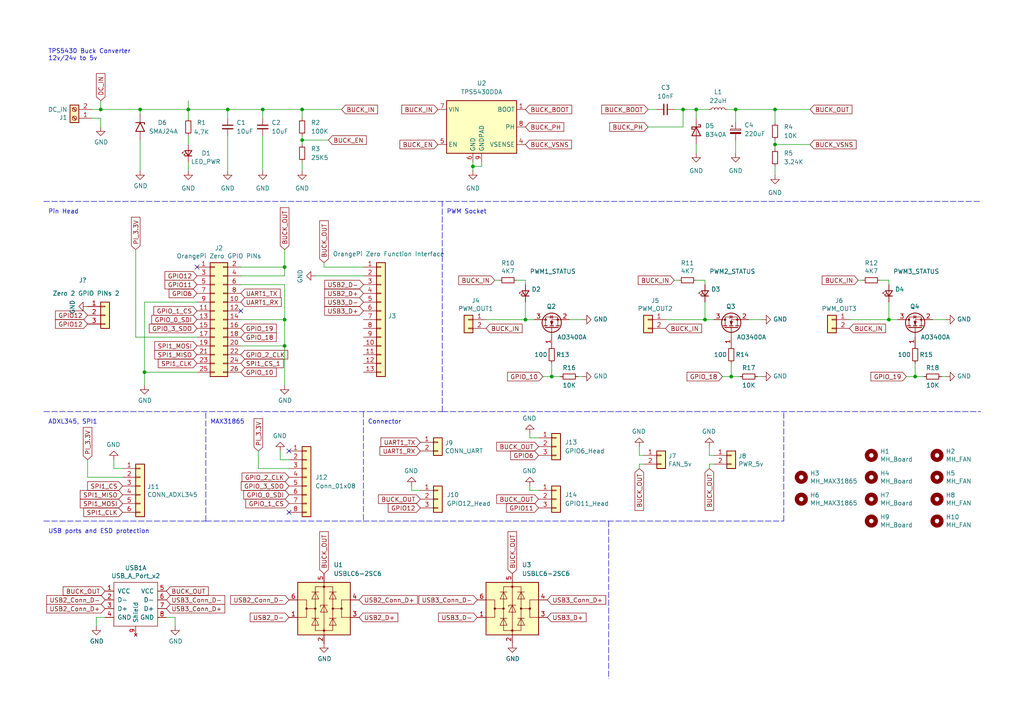
<source format=kicad_sch>
(kicad_sch (version 20211123) (generator eeschema)
  (paper "A4")
  (title_block (title "Orange Juice") (rev "v0.5") (company "Stone Lab - Jerry"))
  (junction (at 54.61 31.75))
  (junction (at 137.16 48.26))
  (junction (at 82.55 77.47))
  (junction (at 224.79 31.75))
  (junction (at 201.93 31.75))
  (junction (at 265.43 109.22))
  (junction (at 160.02 109.22))
  (junction (at 204.47 92.71))
  (junction (at 76.2 31.75))
  (junction (at 66.04 31.75))
  (junction (at 152.4 92.71))
  (junction (at 224.79 41.91))
  (junction (at 82.55 100.33))
  (junction (at 29.21 31.75))
  (junction (at 212.09 109.22))
  (junction (at 41.91 107.95))
  (junction (at 213.36 31.75))
  (junction (at 82.55 92.71))
  (junction (at 198.12 31.75))
  (junction (at 87.63 31.75))
  (junction (at 257.81 92.71))
  (junction (at 87.63 40.64))
  (junction (at 40.64 31.75))
  (no_connect (at 83.82 148.59))
  (no_connect (at 83.82 130.81))
  (no_connect (at 57.15 77.47))
  (no_connect (at 69.85 90.17))
  (wire (pts (xy 255.27 81.28) (xy 257.81 81.28)))
  (wire (pts (xy 139.7 46.99) (xy 139.7 48.26)))
  (wire (pts (xy 185.42 129.54) (xy 185.42 132.08)))
  (polyline (pts (xy 12.7 151.13) (xy 59.69 151.13)))
  (wire (pts (xy 149.86 81.28) (xy 152.4 81.28)))
  (wire (pts (xy 54.61 31.75) (xy 54.61 34.29)))
  (wire (pts (xy 185.42 132.08) (xy 186.69 132.08)))
  (wire (pts (xy 91.44 80.01) (xy 105.41 80.01)))
  (wire (pts (xy 57.15 87.63) (xy 41.91 87.63)))
  (wire (pts (xy 273.05 109.22) (xy 274.32 109.22)))
  (wire (pts (xy 201.93 81.28) (xy 204.47 81.28)))
  (wire (pts (xy 93.98 77.47) (xy 93.98 76.2)))
  (wire (pts (xy 204.47 87.63) (xy 204.47 92.71)))
  (wire (pts (xy 29.21 31.75) (xy 40.64 31.75)))
  (wire (pts (xy 66.04 31.75) (xy 76.2 31.75)))
  (wire (pts (xy 187.96 31.75) (xy 190.5 31.75)))
  (wire (pts (xy 224.79 41.91) (xy 234.95 41.91)))
  (wire (pts (xy 212.09 109.22) (xy 214.63 109.22)))
  (wire (pts (xy 224.79 40.64) (xy 224.79 41.91)))
  (wire (pts (xy 29.21 29.21) (xy 29.21 31.75)))
  (wire (pts (xy 224.79 48.26) (xy 224.79 50.8)))
  (wire (pts (xy 210.82 31.75) (xy 213.36 31.75)))
  (wire (pts (xy 66.04 39.37) (xy 66.04 49.53)))
  (wire (pts (xy 205.74 134.62) (xy 205.74 135.89)))
  (wire (pts (xy 69.85 77.47) (xy 82.55 77.47)))
  (wire (pts (xy 66.04 31.75) (xy 66.04 34.29)))
  (wire (pts (xy 195.58 31.75) (xy 198.12 31.75)))
  (wire (pts (xy 26.67 31.75) (xy 29.21 31.75)))
  (wire (pts (xy 160.02 109.22) (xy 162.56 109.22)))
  (wire (pts (xy 224.79 41.91) (xy 224.79 43.18)))
  (wire (pts (xy 167.64 109.22) (xy 168.91 109.22)))
  (wire (pts (xy 153.67 140.97) (xy 153.67 142.24)))
  (wire (pts (xy 257.81 81.28) (xy 257.81 82.55)))
  (polyline (pts (xy 105.41 119.38) (xy 105.41 151.13)))
  (wire (pts (xy 219.71 109.22) (xy 220.98 109.22)))
  (wire (pts (xy 54.61 46.99) (xy 54.61 49.53)))
  (polyline (pts (xy 128.27 119.38) (xy 128.27 58.42)))
  (wire (pts (xy 198.12 36.83) (xy 198.12 31.75)))
  (wire (pts (xy 76.2 31.75) (xy 87.63 31.75)))
  (wire (pts (xy 185.42 135.89) (xy 185.42 134.62)))
  (wire (pts (xy 257.81 87.63) (xy 257.81 92.71)))
  (wire (pts (xy 54.61 29.21) (xy 54.61 31.75)))
  (wire (pts (xy 143.51 81.28) (xy 144.78 81.28)))
  (wire (pts (xy 25.4 133.35) (xy 25.4 138.43)))
  (wire (pts (xy 41.91 107.95) (xy 41.91 111.76)))
  (wire (pts (xy 224.79 31.75) (xy 234.95 31.75)))
  (wire (pts (xy 137.16 48.26) (xy 137.16 49.53)))
  (wire (pts (xy 160.02 105.41) (xy 160.02 109.22)))
  (wire (pts (xy 74.93 135.89) (xy 83.82 135.89)))
  (wire (pts (xy 246.38 92.71) (xy 257.81 92.71)))
  (wire (pts (xy 33.02 135.89) (xy 35.56 135.89)))
  (wire (pts (xy 57.15 107.95) (xy 41.91 107.95)))
  (wire (pts (xy 153.67 125.73) (xy 153.67 127)))
  (wire (pts (xy 152.4 87.63) (xy 152.4 92.71)))
  (wire (pts (xy 33.02 133.35) (xy 33.02 135.89)))
  (wire (pts (xy 198.12 31.75) (xy 201.93 31.75)))
  (wire (pts (xy 81.28 133.35) (xy 83.82 133.35)))
  (wire (pts (xy 87.63 31.75) (xy 99.06 31.75)))
  (wire (pts (xy 54.61 39.37) (xy 54.61 41.91)))
  (wire (pts (xy 153.67 142.24) (xy 156.21 142.24)))
  (wire (pts (xy 82.55 100.33) (xy 82.55 111.76)))
  (wire (pts (xy 74.93 130.81) (xy 74.93 135.89)))
  (wire (pts (xy 262.89 109.22) (xy 265.43 109.22)))
  (wire (pts (xy 201.93 31.75) (xy 205.74 31.75)))
  (wire (pts (xy 54.61 31.75) (xy 66.04 31.75)))
  (wire (pts (xy 209.55 109.22) (xy 212.09 109.22)))
  (wire (pts (xy 69.85 92.71) (xy 82.55 92.71)))
  (wire (pts (xy 69.85 82.55) (xy 82.55 82.55)))
  (wire (pts (xy 105.41 77.47) (xy 93.98 77.47)))
  (wire (pts (xy 76.2 31.75) (xy 76.2 34.29)))
  (wire (pts (xy 119.38 142.24) (xy 121.92 142.24)))
  (wire (pts (xy 204.47 81.28) (xy 204.47 82.55)))
  (wire (pts (xy 213.36 40.64) (xy 213.36 44.45)))
  (wire (pts (xy 25.4 138.43) (xy 35.56 138.43)))
  (wire (pts (xy 137.16 46.99) (xy 137.16 48.26)))
  (wire (pts (xy 213.36 31.75) (xy 213.36 35.56)))
  (wire (pts (xy 157.48 109.22) (xy 160.02 109.22)))
  (wire (pts (xy 187.96 36.83) (xy 198.12 36.83)))
  (wire (pts (xy 69.85 80.01) (xy 82.55 80.01)))
  (wire (pts (xy 152.4 82.55) (xy 152.4 81.28)))
  (wire (pts (xy 87.63 39.37) (xy 87.63 40.64)))
  (wire (pts (xy 40.64 40.64) (xy 40.64 49.53)))
  (wire (pts (xy 153.67 127) (xy 156.21 127)))
  (wire (pts (xy 39.37 72.39) (xy 39.37 97.79)))
  (polyline (pts (xy 12.7 119.38) (xy 128.27 119.38)))
  (wire (pts (xy 248.92 81.28) (xy 250.19 81.28)))
  (wire (pts (xy 152.4 92.71) (xy 154.94 92.71)))
  (wire (pts (xy 50.8 179.07) (xy 50.8 181.61)))
  (wire (pts (xy 139.7 48.26) (xy 137.16 48.26)))
  (wire (pts (xy 69.85 100.33) (xy 82.55 100.33)))
  (wire (pts (xy 205.74 129.54) (xy 205.74 132.08)))
  (wire (pts (xy 185.42 134.62) (xy 186.69 134.62)))
  (wire (pts (xy 205.74 132.08) (xy 207.01 132.08)))
  (wire (pts (xy 201.93 41.91) (xy 201.93 44.45)))
  (wire (pts (xy 87.63 31.75) (xy 87.63 34.29)))
  (wire (pts (xy 48.26 179.07) (xy 50.8 179.07)))
  (wire (pts (xy 195.58 81.28) (xy 196.85 81.28)))
  (polyline (pts (xy 227.33 151.13) (xy 227.33 119.38)))
  (wire (pts (xy 217.17 92.71) (xy 220.98 92.71)))
  (wire (pts (xy 82.55 77.47) (xy 82.55 72.39)))
  (wire (pts (xy 140.97 92.71) (xy 152.4 92.71)))
  (wire (pts (xy 29.21 34.29) (xy 29.21 36.83)))
  (wire (pts (xy 41.91 87.63) (xy 41.91 107.95)))
  (wire (pts (xy 27.94 179.07) (xy 30.48 179.07)))
  (polyline (pts (xy 105.41 151.13) (xy 227.33 151.13)))
  (wire (pts (xy 224.79 31.75) (xy 224.79 35.56)))
  (wire (pts (xy 40.64 31.75) (xy 54.61 31.75)))
  (wire (pts (xy 27.94 181.61) (xy 27.94 179.07)))
  (wire (pts (xy 212.09 105.41) (xy 212.09 109.22)))
  (wire (pts (xy 193.04 92.71) (xy 204.47 92.71)))
  (wire (pts (xy 201.93 31.75) (xy 201.93 34.29)))
  (wire (pts (xy 265.43 105.41) (xy 265.43 109.22)))
  (wire (pts (xy 76.2 39.37) (xy 76.2 49.53)))
  (wire (pts (xy 82.55 82.55) (xy 82.55 92.71)))
  (wire (pts (xy 82.55 80.01) (xy 82.55 77.47)))
  (wire (pts (xy 165.1 92.71) (xy 168.91 92.71)))
  (wire (pts (xy 82.55 92.71) (xy 82.55 100.33)))
  (wire (pts (xy 87.63 40.64) (xy 87.63 41.91)))
  (wire (pts (xy 87.63 40.64) (xy 95.25 40.64)))
  (wire (pts (xy 257.81 92.71) (xy 260.35 92.71)))
  (wire (pts (xy 40.64 31.75) (xy 40.64 33.02)))
  (polyline (pts (xy 176.53 151.13) (xy 176.53 196.85)))
  (polyline (pts (xy 128.27 119.38) (xy 284.48 119.38)))
  (wire (pts (xy 81.28 130.81) (xy 81.28 133.35)))
  (wire (pts (xy 26.67 34.29) (xy 29.21 34.29)))
  (wire (pts (xy 119.38 140.97) (xy 119.38 142.24)))
  (wire (pts (xy 213.36 31.75) (xy 224.79 31.75)))
  (wire (pts (xy 87.63 46.99) (xy 87.63 49.53)))
  (wire (pts (xy 207.01 134.62) (xy 205.74 134.62)))
  (polyline (pts (xy 12.7 58.42) (xy 284.48 58.42)))
  (wire (pts (xy 39.37 97.79) (xy 57.15 97.79)))
  (polyline (pts (xy 59.69 151.13) (xy 59.69 119.38)))
  (polyline (pts (xy 59.69 151.13) (xy 105.41 151.13)))
  (wire (pts (xy 270.51 92.71) (xy 274.32 92.71)))
  (wire (pts (xy 265.43 109.22) (xy 267.97 109.22)))
  (wire (pts (xy 204.47 92.71) (xy 207.01 92.71)))
  (text "TPS5430 Buck Converter\n12v/24v to 5v" (at 13.97 17.78 0) (effects (font (size 1.27 1.27)) (justify left bottom)))
  (text "Connector" (at 106.68 123.19 0) (effects (font (size 1.27 1.27)) (justify left bottom)))
  (text "Pin Head" (at 13.97 62.23 0) (effects (font (size 1.27 1.27)) (justify left bottom)))
  (text "USB ports and ESD protection" (at 13.97 154.94 0) (effects (font (size 1.27 1.27)) (justify left bottom)))
  (text "ADXL345, SPI1" (at 13.97 123.19 0) (effects (font (size 1.27 1.27)) (justify left bottom)))
  (text "MAX31865" (at 60.96 123.19 0) (effects (font (size 1.27 1.27)) (justify left bottom)))
  (text "PWM Socket" (at 129.54 62.23 0) (effects (font (size 1.27 1.27)) (justify left bottom)))
  (global_label "USB3_Conn_D-" (shape input) (at 138.43 173.99 180) (property "Intersheet References" "${INTERSHEET_REFS}" (effects hide)))
  (global_label "GPIO_1_CS" (shape input) (at 57.15 90.17 180) (property "Intersheet References" "${INTERSHEET_REFS}" (effects hide)))
  (global_label "GPIO_19" (shape input) (at 69.85 95.25 0) (property "Intersheet References" "${INTERSHEET_REFS}" (effects hide)))
  (global_label "GPIO12" (shape input) (at 25.4 93.98 180) (property "Intersheet References" "${INTERSHEET_REFS}" (effects hide)))
  (global_label "USB2_D-" (shape input) (at 105.41 82.55 180) (property "Intersheet References" "${INTERSHEET_REFS}" (effects hide)))
  (global_label "USB2_D+" (shape input) (at 104.14 179.07 0) (property "Intersheet References" "${INTERSHEET_REFS}" (effects hide)))
  (global_label "GPIO_10" (shape input) (at 69.85 107.95 0) (property "Intersheet References" "${INTERSHEET_REFS}" (effects hide)))
  (global_label "GPIO12" (shape input) (at 121.92 147.32 180) (property "Intersheet References" "${INTERSHEET_REFS}" (effects hide)))
  (global_label "USB3_D+" (shape input) (at 158.75 179.07 0) (property "Intersheet References" "${INTERSHEET_REFS}" (effects hide)))
  (global_label "SPI1_MISO" (shape input) (at 57.15 102.87 180) (property "Intersheet References" "${INTERSHEET_REFS}" (effects hide)))
  (global_label "BUCK_IN" (shape input) (at 246.38 95.25 0) (property "Intersheet References" "${INTERSHEET_REFS}" (effects hide)))
  (global_label "BUCK_IN" (shape input) (at 193.04 95.25 0) (property "Intersheet References" "${INTERSHEET_REFS}" (effects hide)))
  (global_label "BUCK_OUT" (shape input) (at 82.55 72.39 90) (property "Intersheet References" "${INTERSHEET_REFS}" (effects hide)))
  (global_label "SPI1_MOSI" (shape input) (at 35.56 146.05 180) (property "Intersheet References" "${INTERSHEET_REFS}" (effects hide)))
  (global_label "UART1_TX" (shape input) (at 69.85 85.09 0) (property "Intersheet References" "${INTERSHEET_REFS}" (effects hide)))
  (global_label "USB2_Conn_D+" (shape input) (at 104.14 173.99 0) (property "Intersheet References" "${INTERSHEET_REFS}" (effects hide)))
  (global_label "USB3_Conn_D-" (shape input) (at 48.26 173.99 0) (property "Intersheet References" "${INTERSHEET_REFS}" (effects hide)))
  (global_label "BUCK_VSNS" (shape input) (at 234.95 41.91 0) (property "Intersheet References" "${INTERSHEET_REFS}" (effects hide)))
  (global_label "GPIO6" (shape input) (at 156.21 132.08 180) (property "Intersheet References" "${INTERSHEET_REFS}" (effects hide)))
  (global_label "BUCK_OUT" (shape input) (at 185.42 135.89 270) (property "Intersheet References" "${INTERSHEET_REFS}" (effects hide)))
  (global_label "SPI1_MISO" (shape input) (at 35.56 143.51 180) (property "Intersheet References" "${INTERSHEET_REFS}" (effects hide)))
  (global_label "BUCK_VSNS" (shape input) (at 152.4 41.91 0) (property "Intersheet References" "${INTERSHEET_REFS}" (effects hide)))
  (global_label "BUCK_PH" (shape input) (at 187.96 36.83 180) (property "Intersheet References" "${INTERSHEET_REFS}" (effects hide)))
  (global_label "USB3_D-" (shape input) (at 138.43 179.07 180) (property "Intersheet References" "${INTERSHEET_REFS}" (effects hide)))
  (global_label "BUCK_OUT" (shape input) (at 121.92 144.78 180) (property "Intersheet References" "${INTERSHEET_REFS}" (effects hide)))
  (global_label "USB2_Conn_D-" (shape input) (at 83.82 173.99 180) (property "Intersheet References" "${INTERSHEET_REFS}" (effects hide)))
  (global_label "USB2_Conn_D-" (shape input) (at 30.48 173.99 180) (property "Intersheet References" "${INTERSHEET_REFS}" (effects hide)))
  (global_label "SPI1_CLK" (shape input) (at 35.56 148.59 180) (property "Intersheet References" "${INTERSHEET_REFS}" (effects hide)))
  (global_label "PI_3.3V" (shape input) (at 25.4 133.35 90) (property "Intersheet References" "${INTERSHEET_REFS}" (effects hide)))
  (global_label "BUCK_IN" (shape input) (at 99.06 31.75 0) (property "Intersheet References" "${INTERSHEET_REFS}" (effects hide)))
  (global_label "USB2_Conn_D+" (shape input) (at 30.48 176.53 180) (property "Intersheet References" "${INTERSHEET_REFS}" (effects hide)))
  (global_label "USB2_D-" (shape input) (at 83.82 179.07 180) (property "Intersheet References" "${INTERSHEET_REFS}" (effects hide)))
  (global_label "BUCK_OUT" (shape input) (at 156.21 144.78 180) (property "Intersheet References" "${INTERSHEET_REFS}" (effects hide)))
  (global_label "BUCK_EN" (shape input) (at 127 41.91 180) (property "Intersheet References" "${INTERSHEET_REFS}" (effects hide)))
  (global_label "GPIO12" (shape input) (at 25.4 91.44 180) (property "Intersheet References" "${INTERSHEET_REFS}" (effects hide)))
  (global_label "GPIO_0_SDI" (shape input) (at 57.15 92.71 180) (property "Intersheet References" "${INTERSHEET_REFS}" (effects hide)))
  (global_label "GPIO_2_CLK" (shape input) (at 69.85 102.87 0) (property "Intersheet References" "${INTERSHEET_REFS}" (effects hide)))
  (global_label "BUCK_EN" (shape input) (at 95.25 40.64 0) (property "Intersheet References" "${INTERSHEET_REFS}" (effects hide)))
  (global_label "BUCK_IN" (shape input) (at 248.92 81.28 180) (property "Intersheet References" "${INTERSHEET_REFS}" (effects hide)))
  (global_label "GPIO_0_SDI" (shape input) (at 83.82 143.51 180) (property "Intersheet References" "${INTERSHEET_REFS}" (effects hide)))
  (global_label "BUCK_PH" (shape input) (at 152.4 36.83 0) (property "Intersheet References" "${INTERSHEET_REFS}" (effects hide)))
  (global_label "GPIO_18" (shape input) (at 209.55 109.22 180) (property "Intersheet References" "${INTERSHEET_REFS}" (effects hide)))
  (global_label "GPIO_19" (shape input) (at 262.89 109.22 180) (property "Intersheet References" "${INTERSHEET_REFS}" (effects hide)))
  (global_label "BUCK_OUT" (shape input) (at 156.21 129.54 180) (property "Intersheet References" "${INTERSHEET_REFS}" (effects hide)))
  (global_label "BUCK_OUT" (shape input) (at 93.98 76.2 90) (property "Intersheet References" "${INTERSHEET_REFS}" (effects hide)))
  (global_label "BUCK_BOOT" (shape input) (at 187.96 31.75 180) (property "Intersheet References" "${INTERSHEET_REFS}" (effects hide)))
  (global_label "BUCK_OUT" (shape input) (at 93.98 166.37 90) (property "Intersheet References" "${INTERSHEET_REFS}" (effects hide)))
  (global_label "PI_3.3V" (shape input) (at 74.93 130.81 90) (property "Intersheet References" "${INTERSHEET_REFS}" (effects hide)))
  (global_label "BUCK_IN" (shape input) (at 195.58 81.28 180) (property "Intersheet References" "${INTERSHEET_REFS}" (effects hide)))
  (global_label "SPI1_CS_1" (shape input) (at 69.85 105.41 0) (property "Intersheet References" "${INTERSHEET_REFS}" (effects hide)))
  (global_label "BUCK_OUT" (shape input) (at 205.74 135.89 270) (property "Intersheet References" "${INTERSHEET_REFS}" (effects hide)))
  (global_label "GPIO_2_CLK" (shape input) (at 83.82 138.43 180) (property "Intersheet References" "${INTERSHEET_REFS}" (effects hide)))
  (global_label "GPIO_1_CS" (shape input) (at 83.82 146.05 180) (property "Intersheet References" "${INTERSHEET_REFS}" (effects hide)))
  (global_label "GPIO12" (shape input) (at 57.15 80.01 180) (property "Intersheet References" "${INTERSHEET_REFS}" (effects hide)))
  (global_label "BUCK_OUT" (shape input) (at 148.59 166.37 90) (property "Intersheet References" "${INTERSHEET_REFS}" (effects hide)))
  (global_label "PI_3.3V" (shape input) (at 39.37 72.39 90) (property "Intersheet References" "${INTERSHEET_REFS}" (effects hide)))
  (global_label "GPIO11" (shape input) (at 57.15 82.55 180) (property "Intersheet References" "${INTERSHEET_REFS}" (effects hide)))
  (global_label "DC_IN" (shape input) (at 29.21 29.21 90) (property "Intersheet References" "${INTERSHEET_REFS}" (effects hide)))
  (global_label "UART1_TX" (shape input) (at 121.92 128.27 180) (property "Intersheet References" "${INTERSHEET_REFS}" (effects hide)))
  (global_label "SPI1_CS" (shape input) (at 35.56 140.97 180) (property "Intersheet References" "${INTERSHEET_REFS}" (effects hide)))
  (global_label "BUCK_IN" (shape input) (at 143.51 81.28 180) (property "Intersheet References" "${INTERSHEET_REFS}" (effects hide)))
  (global_label "BUCK_OUT" (shape input) (at 234.95 31.75 0) (property "Intersheet References" "${INTERSHEET_REFS}" (effects hide)))
  (global_label "GPIO_18" (shape input) (at 69.85 97.79 0) (property "Intersheet References" "${INTERSHEET_REFS}" (effects hide)))
  (global_label "GPIO_3_SDO" (shape input) (at 57.15 95.25 180) (property "Intersheet References" "${INTERSHEET_REFS}" (effects hide)))
  (global_label "USB2_D+" (shape input) (at 105.41 85.09 180) (property "Intersheet References" "${INTERSHEET_REFS}" (effects hide)))
  (global_label "BUCK_BOOT" (shape input) (at 152.4 31.75 0) (property "Intersheet References" "${INTERSHEET_REFS}" (effects hide)))
  (global_label "GPIO6" (shape input) (at 57.15 85.09 180) (property "Intersheet References" "${INTERSHEET_REFS}" (effects hide)))
  (global_label "USB3_D+" (shape input) (at 105.41 90.17 180) (property "Intersheet References" "${INTERSHEET_REFS}" (effects hide)))
  (global_label "BUCK_OUT" (shape input) (at 30.48 171.45 180) (property "Intersheet References" "${INTERSHEET_REFS}" (effects hide)))
  (global_label "USB3_Conn_D+" (shape input) (at 158.75 173.99 0) (property "Intersheet References" "${INTERSHEET_REFS}" (effects hide)))
  (global_label "BUCK_OUT" (shape input) (at 48.26 171.45 0) (property "Intersheet References" "${INTERSHEET_REFS}" (effects hide)))
  (global_label "UART1_RX" (shape input) (at 121.92 130.81 180) (property "Intersheet References" "${INTERSHEET_REFS}" (effects hide)))
  (global_label "SPI1_MOSI" (shape input) (at 57.15 100.33 180) (property "Intersheet References" "${INTERSHEET_REFS}" (effects hide)))
  (global_label "BUCK_IN" (shape input) (at 127 31.75 180) (property "Intersheet References" "${INTERSHEET_REFS}" (effects hide)))
  (global_label "GPIO_3_SDO" (shape input) (at 83.82 140.97 180) (property "Intersheet References" "${INTERSHEET_REFS}" (effects hide)))
  (global_label "BUCK_IN" (shape input) (at 140.97 95.25 0) (property "Intersheet References" "${INTERSHEET_REFS}" (effects hide)))
  (global_label "USB3_D-" (shape input) (at 105.41 87.63 180) (property "Intersheet References" "${INTERSHEET_REFS}" (effects hide)))
  (global_label "UART1_RX" (shape input) (at 69.85 87.63 0) (property "Intersheet References" "${INTERSHEET_REFS}" (effects hide)))
  (global_label "GPIO_10" (shape input) (at 157.48 109.22 180) (property "Intersheet References" "${INTERSHEET_REFS}" (effects hide)))
  (global_label "SPI1_CLK" (shape input) (at 57.15 105.41 180) (property "Intersheet References" "${INTERSHEET_REFS}" (effects hide)))
  (global_label "USB3_Conn_D+" (shape input) (at 48.26 176.53 0) (property "Intersheet References" "${INTERSHEET_REFS}" (effects hide)))
  (global_label "GPIO11" (shape input) (at 156.21 147.32 180) (property "Intersheet References" "${INTERSHEET_REFS}" (effects hide)))
  (symbol (lib_id "orange_juice_board-rescue:Conn_02x13_Odd_Even-Connector_Generic-OrangePiZeroExtentionBoard-rescue-orange_juice_board-rescue") (at 62.23 92.71 0) (unit 1)
    (property "Reference" "J2" (at 63.5 71.9582 0))
    (property "Value" "OrangePi Zero GPIO PINs" (at 63.5 74.2696 0))
    (property "Footprint" "Connector_PinSocket_2.54mm:PinSocket_2x13_P2.54mm_Vertical" (effects hide))
    (property "Footprint" "Connector_PinSocket_2.54mm:PinSocket_2x13_P2.54mm_Vertical" (effects hide))
    (property "Reference" "J2" (effects hide))
    (property "Value" "OrangePi Zero GPIO PINs" (effects hide))
  )
  (symbol (lib_id "orange_juice_board-rescue:R_Small-Device-OrangePiZeroExtentionBoard-rescue-orange_juice_board-rescue") (at 160.02 102.87 0) (unit 1)
    (property "Reference" "R13" (at 161.29 102.87 0) (effects (justify left)))
    (property "Value" "100" (at 154.94 102.87 0) (effects (justify left)))
    (property "Footprint" "Resistor_SMD:R_0805_2012Metric" (effects hide))
    (property "Footprint" "Resistor_SMD:R_0805_2012Metric" (effects hide))
    (property "Reference" "R13" (effects hide))
    (property "Value" "100" (effects hide))
    (property "LCSC Part#" "C105577" (effects hide))
  )
  (symbol (lib_id "orange_juice_board-rescue:R_Small-Device-OrangePiZeroExtentionBoard-rescue-orange_juice_board-rescue") (at 165.1 109.22 270) (unit 1)
    (property "Reference" "R16" (at 165.1 106.68 90))
    (property "Value" "10K" (at 165.1 111.76 90))
    (property "Footprint" "Resistor_SMD:R_0805_2012Metric" (effects hide))
    (property "Footprint" "Resistor_SMD:R_0805_2012Metric" (effects hide))
    (property "Reference" "R16" (effects hide))
    (property "Value" "10K" (effects hide))
    (property "LCSC Part#" "C84376" (effects hide))
  )
  (symbol (lib_id "orange_juice_board-rescue:GND-power-OrangePiZeroExtentionBoard-rescue-orange_juice_board-rescue") (at 41.91 111.76 0) (unit 1)
    (property "Reference" "#PWR017" (effects hide))
    (property "Value" "GND" (at 42.037 116.1542 0))
  )
  (symbol (lib_id "orange_juice_board-rescue:GND-power-OrangePiZeroExtentionBoard-rescue-orange_juice_board-rescue") (at 82.55 111.76 0) (unit 1)
    (property "Reference" "#PWR018" (effects hide))
    (property "Value" "GND" (at 82.677 116.1542 0))
  )
  (symbol (lib_id "orange_juice_board-rescue:Conn_01x13-Connector_Generic-OrangePiZeroExtentionBoard-rescue-orange_juice_board-rescue") (at 110.49 92.71 0) (unit 1)
    (property "Reference" "J3" (at 112.522 91.6432 0) (effects (justify left)))
    (property "Value" "OrangePi Zero Function Interface" (at 96.52 73.66 0) (effects (justify left)))
    (property "Footprint" "Connector_PinSocket_2.54mm:PinSocket_1x13_P2.54mm_Vertical" (effects hide))
    (property "Footprint" "Connector_PinSocket_2.54mm:PinSocket_1x13_P2.54mm_Vertical" (effects hide))
    (property "Reference" "J3" (effects hide))
    (property "Value" "OrangePi Zero Function Interface" (effects hide))
  )
  (symbol (lib_id "orange_juice_board-rescue:GND-power-OrangePiZeroExtentionBoard-rescue-orange_juice_board-rescue") (at 91.44 80.01 270) (unit 1)
    (property "Reference" "#PWR019" (effects hide))
    (property "Value" "GND" (at 87.0458 80.137 0))
  )
  (symbol (lib_id "orange_juice_board-rescue:GND-power-OrangePiZeroExtentionBoard-rescue-orange_juice_board-rescue") (at 168.91 109.22 90) (unit 1)
    (property "Reference" "#PWR021" (effects hide))
    (property "Value" "GND" (at 172.1612 109.093 90) (effects (justify right)))
  )
  (symbol (lib_id "orange_juice_board-rescue:Conn_01x06-Connector_Generic-OrangePiZeroExtentionBoard-rescue-orange_juice_board-rescue") (at 40.64 140.97 0) (unit 1)
    (property "Reference" "J11" (at 42.672 141.1732 0) (effects (justify left)))
    (property "Value" "CONN_ADXL345" (at 42.672 143.4846 0) (effects (justify left)))
    (property "Footprint" "Connector_JST:JST_XH_B6B-XH-A_1x06_P2.50mm_Vertical" (effects hide))
    (property "Footprint" "Connector_JST:JST_XH_B6B-XH-A_1x06_P2.50mm_Vertical" (effects hide))
    (property "Reference" "J11" (effects hide))
    (property "Value" "CONN_ADXL345" (effects hide))
    (property "LCSC Part#" "C144397" (effects hide))
  )
  (symbol (lib_id "orange_juice_board-rescue:R_Small-Device-OrangePiZeroExtentionBoard-rescue-orange_juice_board-rescue") (at 212.09 102.87 0) (unit 1)
    (property "Reference" "R14" (at 213.36 102.87 0) (effects (justify left)))
    (property "Value" "100" (at 207.01 102.87 0) (effects (justify left)))
    (property "Footprint" "Resistor_SMD:R_0805_2012Metric" (effects hide))
    (property "Footprint" "Resistor_SMD:R_0805_2012Metric" (effects hide))
    (property "Reference" "R14" (effects hide))
    (property "Value" "100" (effects hide))
    (property "LCSC Part#" "C105577" (effects hide))
  )
  (symbol (lib_id "orange_juice_board-rescue:R_Small-Device-OrangePiZeroExtentionBoard-rescue-orange_juice_board-rescue") (at 217.17 109.22 270) (unit 1)
    (property "Reference" "R17" (at 217.17 106.68 90))
    (property "Value" "10K" (at 217.17 111.76 90))
    (property "Footprint" "Resistor_SMD:R_0805_2012Metric" (effects hide))
    (property "Footprint" "Resistor_SMD:R_0805_2012Metric" (effects hide))
    (property "Reference" "R17" (effects hide))
    (property "Value" "10K" (effects hide))
    (property "LCSC Part#" "C84376" (effects hide))
  )
  (symbol (lib_id "orange_juice_board-rescue:GND-power-OrangePiZeroExtentionBoard-rescue-orange_juice_board-rescue") (at 220.98 109.22 90) (unit 1)
    (property "Reference" "#PWR022" (effects hide))
    (property "Value" "GND" (at 224.2312 109.093 90) (effects (justify right)))
  )
  (symbol (lib_id "orange_juice_board-rescue:GND-power-OrangePiZeroExtentionBoard-rescue-orange_juice_board-rescue") (at 33.02 133.35 180) (unit 1)
    (property "Reference" "#PWR025" (effects hide))
    (property "Value" "GND" (at 32.893 128.9558 0))
  )
  (symbol (lib_id "orange_juice_board-rescue:R_Small-Device-OrangePiZeroExtentionBoard-rescue-orange_juice_board-rescue") (at 265.43 102.87 0) (unit 1)
    (property "Reference" "R15" (at 266.7 102.87 0) (effects (justify left)))
    (property "Value" "100" (at 260.35 102.87 0) (effects (justify left)))
    (property "Footprint" "Resistor_SMD:R_0805_2012Metric" (effects hide))
    (property "Footprint" "Resistor_SMD:R_0805_2012Metric" (effects hide))
    (property "Reference" "R15" (effects hide))
    (property "Value" "100" (effects hide))
    (property "LCSC Part#" "C105577" (effects hide))
  )
  (symbol (lib_id "orange_juice_board-rescue:R_Small-Device-OrangePiZeroExtentionBoard-rescue-orange_juice_board-rescue") (at 270.51 109.22 270) (unit 1)
    (property "Reference" "R18" (at 270.51 106.68 90))
    (property "Value" "10K" (at 270.51 111.76 90))
    (property "Footprint" "Resistor_SMD:R_0805_2012Metric" (effects hide))
    (property "Footprint" "Resistor_SMD:R_0805_2012Metric" (effects hide))
    (property "Reference" "R18" (effects hide))
    (property "Value" "10K" (effects hide))
    (property "LCSC Part#" "C84376" (effects hide))
  )
  (symbol (lib_id "orange_juice_board-rescue:GND-power-OrangePiZeroExtentionBoard-rescue-orange_juice_board-rescue") (at 274.32 109.22 90) (unit 1)
    (property "Reference" "#PWR023" (effects hide))
    (property "Value" "GND" (at 277.5712 109.093 90) (effects (justify right)))
  )
  (symbol (lib_id "orange_juice_board-rescue:GND-power-OrangePiZeroExtentionBoard-rescue-orange_juice_board-rescue") (at 81.28 130.81 180) (unit 1)
    (property "Reference" "#PWR027" (effects hide))
    (property "Value" "GND" (at 81.153 126.4158 0))
  )
  (symbol (lib_id "orange_juice_board-rescue:Conn_01x02-Connector_Generic-OrangePiZeroExtentionBoard-rescue-orange_juice_board-rescue") (at 191.77 132.08 0) (unit 1)
    (property "Reference" "J7" (at 193.802 132.2832 0) (effects (justify left)))
    (property "Value" "FAN_5v" (at 193.802 134.5946 0) (effects (justify left)))
    (property "Footprint" "Connector_JST:JST_XH_B2B-XH-A_1x02_P2.50mm_Vertical" (effects hide))
    (property "Footprint" "Connector_JST:JST_XH_B2B-XH-A_1x02_P2.50mm_Vertical" (effects hide))
    (property "Reference" "J7" (effects hide))
    (property "Value" "FAN_5v" (effects hide))
    (property "LCSC Part#" "C158012" (effects hide))
  )
  (symbol (lib_id "orange_juice_board-rescue:GND-power-OrangePiZeroExtentionBoard-rescue-orange_juice_board-rescue") (at 185.42 129.54 180) (unit 1)
    (property "Reference" "#PWR031" (effects hide))
    (property "Value" "GND" (at 185.293 125.1458 0))
  )
  (symbol (lib_id "orange_juice_board-rescue:Conn_01x02-Connector_Generic-OrangePiZeroExtentionBoard-rescue-orange_juice_board-rescue") (at 127 128.27 0) (unit 1)
    (property "Reference" "J9" (at 129.032 128.4732 0) (effects (justify left)))
    (property "Value" "CONN_UART" (at 129.032 130.7846 0) (effects (justify left)))
    (property "Footprint" "Connector_JST:JST_XH_B2B-XH-A_1x02_P2.50mm_Vertical" (effects hide))
    (property "Footprint" "Connector_JST:JST_XH_B2B-XH-A_1x02_P2.50mm_Vertical" (effects hide))
    (property "Reference" "J9" (effects hide))
    (property "Value" "CONN_UART" (effects hide))
    (property "LCSC Part#" "C158012" (effects hide))
  )
  (symbol (lib_id "orange_juice_board-rescue:Conn_01x02-Connector_Generic-OrangePiZeroExtentionBoard-rescue-orange_juice_board-rescue") (at 212.09 132.08 0) (unit 1)
    (property "Reference" "J8" (at 214.122 132.2832 0) (effects (justify left)))
    (property "Value" "PWR_5v" (at 214.122 134.5946 0) (effects (justify left)))
    (property "Footprint" "Connector_JST:JST_XH_B2B-XH-A_1x02_P2.50mm_Vertical" (effects hide))
    (property "Footprint" "Connector_JST:JST_XH_B2B-XH-A_1x02_P2.50mm_Vertical" (effects hide))
    (property "Reference" "J8" (effects hide))
    (property "Value" "PWR_5v" (effects hide))
    (property "LCSC Part#" "C158012" (effects hide))
  )
  (symbol (lib_id "orange_juice_board-rescue:GND-power-OrangePiZeroExtentionBoard-rescue-orange_juice_board-rescue") (at 205.74 129.54 180) (unit 1)
    (property "Reference" "#PWR032" (effects hide))
    (property "Value" "GND" (at 205.613 125.1458 0))
  )
  (symbol (lib_id "Mechanical:MountingHole") (at 271.78 132.08 0) (unit 1)
    (property "Reference" "H2" (at 274.32 130.9116 0) (effects (justify left)))
    (property "Value" "MH_FAN" (at 274.32 133.223 0) (effects (justify left)))
    (property "Footprint" "MountingHole:MountingHole_3.2mm_M3" (effects hide))
    (property "Footprint" "MountingHole:MountingHole_3.2mm_M3" (effects hide))
    (property "Reference" "H2" (effects hide))
    (property "Value" "MH_FAN" (effects hide))
  )
  (symbol (lib_id "Mechanical:MountingHole") (at 271.78 138.43 0) (unit 1)
    (property "Reference" "H5" (at 274.32 137.2616 0) (effects (justify left)))
    (property "Value" "MH_FAN" (at 274.32 139.573 0) (effects (justify left)))
    (property "Footprint" "MountingHole:MountingHole_3.2mm_M3" (effects hide))
    (property "Footprint" "MountingHole:MountingHole_3.2mm_M3" (effects hide))
    (property "Reference" "H5" (effects hide))
    (property "Value" "MH_FAN" (effects hide))
  )
  (symbol (lib_id "Mechanical:MountingHole") (at 271.78 144.78 0) (unit 1)
    (property "Reference" "H8" (at 274.32 143.6116 0) (effects (justify left)))
    (property "Value" "MH_FAN" (at 274.32 145.923 0) (effects (justify left)))
    (property "Footprint" "MountingHole:MountingHole_3.2mm_M3" (effects hide))
    (property "Footprint" "MountingHole:MountingHole_3.2mm_M3" (effects hide))
    (property "Reference" "H8" (effects hide))
    (property "Value" "MH_FAN" (effects hide))
  )
  (symbol (lib_id "Mechanical:MountingHole") (at 271.78 151.13 0) (unit 1)
    (property "Reference" "H10" (at 274.32 149.9616 0) (effects (justify left)))
    (property "Value" "MH_FAN" (at 274.32 152.273 0) (effects (justify left)))
    (property "Footprint" "MountingHole:MountingHole_3.2mm_M3" (effects hide))
    (property "Footprint" "MountingHole:MountingHole_3.2mm_M3" (effects hide))
    (property "Reference" "H10" (effects hide))
    (property "Value" "MH_FAN" (effects hide))
  )
  (symbol (lib_id "Mechanical:MountingHole") (at 232.41 138.43 0) (unit 1)
    (property "Reference" "H3" (at 234.95 137.2616 0) (effects (justify left)))
    (property "Value" "MH_MAX31865" (at 234.95 139.573 0) (effects (justify left)))
    (property "Footprint" "MountingHole:MountingHole_3.2mm_M3" (effects hide))
    (property "Footprint" "MountingHole:MountingHole_3.2mm_M3" (effects hide))
    (property "Reference" "H3" (effects hide))
    (property "Value" "MH_MAX31865" (effects hide))
  )
  (symbol (lib_id "Mechanical:MountingHole") (at 232.41 144.78 0) (unit 1)
    (property "Reference" "H6" (at 234.95 143.6116 0) (effects (justify left)))
    (property "Value" "MH_MAX31865" (at 234.95 145.923 0) (effects (justify left)))
    (property "Footprint" "MountingHole:MountingHole_3.2mm_M3" (effects hide))
    (property "Footprint" "MountingHole:MountingHole_3.2mm_M3" (effects hide))
    (property "Reference" "H6" (effects hide))
    (property "Value" "MH_MAX31865" (effects hide))
  )
  (symbol (lib_id "Mechanical:MountingHole") (at 252.73 132.08 0) (unit 1)
    (property "Reference" "H1" (at 255.27 130.9116 0) (effects (justify left)))
    (property "Value" "MH_Board" (at 255.27 133.223 0) (effects (justify left)))
    (property "Footprint" "MountingHole:MountingHole_2.5mm" (effects hide))
    (property "Footprint" "MountingHole:MountingHole_2.5mm" (effects hide))
    (property "Reference" "H1" (effects hide))
    (property "Value" "MH_Board" (effects hide))
  )
  (symbol (lib_id "Mechanical:MountingHole") (at 252.73 138.43 0) (unit 1)
    (property "Reference" "H4" (at 255.27 137.2616 0) (effects (justify left)))
    (property "Value" "MH_Board" (at 255.27 139.573 0) (effects (justify left)))
    (property "Footprint" "MountingHole:MountingHole_2.5mm" (effects hide))
    (property "Footprint" "MountingHole:MountingHole_2.5mm" (effects hide))
    (property "Reference" "H4" (effects hide))
    (property "Value" "MH_Board" (effects hide))
  )
  (symbol (lib_id "Mechanical:MountingHole") (at 252.73 144.78 0) (unit 1)
    (property "Reference" "H7" (at 255.27 143.6116 0) (effects (justify left)))
    (property "Value" "MH_Board" (at 255.27 145.923 0) (effects (justify left)))
    (property "Footprint" "MountingHole:MountingHole_2.5mm" (effects hide))
    (property "Footprint" "MountingHole:MountingHole_2.5mm" (effects hide))
    (property "Reference" "H7" (effects hide))
    (property "Value" "MH_Board" (effects hide))
  )
  (symbol (lib_id "Mechanical:MountingHole") (at 252.73 151.13 0) (unit 1)
    (property "Reference" "H9" (at 255.27 149.9616 0) (effects (justify left)))
    (property "Value" "MH_Board" (at 255.27 152.273 0) (effects (justify left)))
    (property "Footprint" "MountingHole:MountingHole_2.5mm" (effects hide))
    (property "Footprint" "MountingHole:MountingHole_2.5mm" (effects hide))
    (property "Reference" "H9" (effects hide))
    (property "Value" "MH_Board" (effects hide))
  )
  (symbol (lib_id "orange_juice_board-rescue:AO3400A-Transistor_FET-OrangePiZeroExtentionBoard-rescue-orange_juice_board-rescue") (at 160.02 95.25 90) (unit 1)
    (property "Reference" "Q2" (at 161.29 88.9 90) (effects (justify left)))
    (property "Value" "AO3400A" (at 170.18 97.79 90) (effects (justify left)))
    (property "Footprint" "Package_TO_SOT_SMD:SOT-23" (effects hide))
    (property "Datasheet" "http://www.aosmd.com/pdfs/datasheet/AO3400A.pdf" (effects hide))
    (property "Datasheet" "http://www.aosmd.com/pdfs/datasheet/AO3400A.pdf" (effects hide))
    (property "Footprint" "Package_TO_SOT_SMD:SOT-23" (effects hide))
    (property "Reference" "Q2" (effects hide))
    (property "Value" "AO3400A" (effects hide))
    (property "LCSC Part#" "C700953" (effects hide))
  )
  (symbol (lib_id "orange_juice_board-rescue:GND-power-OrangePiZeroExtentionBoard-rescue-orange_juice_board-rescue") (at 168.91 92.71 90) (unit 1)
    (property "Reference" "#PWR014" (effects hide))
    (property "Value" "GND" (at 172.1612 92.583 90) (effects (justify right)))
  )
  (symbol (lib_id "orange_juice_board-rescue:Conn_01x02-Connector_Generic-OrangePiZeroExtentionBoard-rescue-orange_juice_board-rescue") (at 135.89 92.71 0) (mirror y) (unit 1)
    (property "Reference" "J4" (at 137.9728 87.1982 0))
    (property "Value" "PWM_OUT1" (at 137.9728 89.5096 0))
    (property "Footprint" "Connector_JST:JST_XH_B2B-XH-A_1x02_P2.50mm_Vertical" (effects hide))
    (property "Footprint" "Connector_JST:JST_XH_B2B-XH-A_1x02_P2.50mm_Vertical" (effects hide))
    (property "Reference" "J4" (effects hide))
    (property "Value" "PWM_OUT1" (effects hide))
    (property "LCSC Part#" "C158012" (effects hide))
  )
  (symbol (lib_id "orange_juice_board-rescue:LED_Small-Device-OrangePiZeroExtentionBoard-rescue-orange_juice_board-rescue") (at 152.4 85.09 90) (unit 1)
    (property "Reference" "D2" (at 154.178 83.9216 90) (effects (justify right)))
    (property "Value" "PWM1_STATUS" (at 153.67 78.74 90) (effects (justify right)))
    (property "Footprint" "LED_SMD:LED_0805_2012Metric" (effects hide))
    (property "Footprint" "LED_SMD:LED_0805_2012Metric" (effects hide))
    (property "Reference" "D2" (effects hide))
    (property "Value" "PWM1_STATUS" (effects hide))
    (property "LCSC Part#" "C84260" (effects hide))
  )
  (symbol (lib_id "orange_juice_board-rescue:R_Small-Device-OrangePiZeroExtentionBoard-rescue-orange_juice_board-rescue") (at 147.32 81.28 270) (unit 1)
    (property "Reference" "R10" (at 147.32 76.3016 90))
    (property "Value" "4K7" (at 147.32 78.613 90))
    (property "Footprint" "Resistor_SMD:R_0805_2012Metric" (effects hide))
    (property "Footprint" "Resistor_SMD:R_0805_2012Metric" (effects hide))
    (property "Reference" "R10" (effects hide))
    (property "Value" "4K7" (effects hide))
    (property "LCSC Part#" "C60816" (effects hide))
  )
  (symbol (lib_id "orange_juice_board-rescue:AO3400A-Transistor_FET-OrangePiZeroExtentionBoard-rescue-orange_juice_board-rescue") (at 212.09 95.25 90) (unit 1)
    (property "Reference" "Q3" (at 213.36 88.9 90) (effects (justify left)))
    (property "Value" "AO3400A" (at 222.25 97.79 90) (effects (justify left)))
    (property "Footprint" "Package_TO_SOT_SMD:SOT-23" (effects hide))
    (property "Datasheet" "http://www.aosmd.com/pdfs/datasheet/AO3400A.pdf" (effects hide))
    (property "Datasheet" "http://www.aosmd.com/pdfs/datasheet/AO3400A.pdf" (effects hide))
    (property "Footprint" "Package_TO_SOT_SMD:SOT-23" (effects hide))
    (property "Reference" "Q3" (effects hide))
    (property "Value" "AO3400A" (effects hide))
    (property "LCSC Part#" "C700953" (effects hide))
  )
  (symbol (lib_id "orange_juice_board-rescue:GND-power-OrangePiZeroExtentionBoard-rescue-orange_juice_board-rescue") (at 220.98 92.71 90) (unit 1)
    (property "Reference" "#PWR015" (effects hide))
    (property "Value" "GND" (at 224.2312 92.583 90) (effects (justify right)))
  )
  (symbol (lib_id "orange_juice_board-rescue:Conn_01x02-Connector_Generic-OrangePiZeroExtentionBoard-rescue-orange_juice_board-rescue") (at 187.96 92.71 0) (mirror y) (unit 1)
    (property "Reference" "J5" (at 190.0428 87.1982 0))
    (property "Value" "PWM_OUT2" (at 190.0428 89.5096 0))
    (property "Footprint" "Connector_JST:JST_XH_B2B-XH-A_1x02_P2.50mm_Vertical" (effects hide))
    (property "Footprint" "Connector_JST:JST_XH_B2B-XH-A_1x02_P2.50mm_Vertical" (effects hide))
    (property "Reference" "J5" (effects hide))
    (property "Value" "PWM_OUT2" (effects hide))
    (property "LCSC Part#" "C158012" (effects hide))
  )
  (symbol (lib_id "orange_juice_board-rescue:LED_Small-Device-OrangePiZeroExtentionBoard-rescue-orange_juice_board-rescue") (at 204.47 85.09 90) (unit 1)
    (property "Reference" "D3" (at 206.248 83.9216 90) (effects (justify right)))
    (property "Value" "PWM2_STATUS" (at 205.74 78.74 90) (effects (justify right)))
    (property "Footprint" "LED_SMD:LED_0805_2012Metric" (effects hide))
    (property "Footprint" "LED_SMD:LED_0805_2012Metric" (effects hide))
    (property "Reference" "D3" (effects hide))
    (property "Value" "PWM2_STATUS" (effects hide))
    (property "LCSC Part#" "C84260" (effects hide))
  )
  (symbol (lib_id "orange_juice_board-rescue:R_Small-Device-OrangePiZeroExtentionBoard-rescue-orange_juice_board-rescue") (at 199.39 81.28 270) (unit 1)
    (property "Reference" "R11" (at 199.39 76.3016 90))
    (property "Value" "4K7" (at 199.39 78.613 90))
    (property "Footprint" "Resistor_SMD:R_0805_2012Metric" (effects hide))
    (property "Footprint" "Resistor_SMD:R_0805_2012Metric" (effects hide))
    (property "Reference" "R11" (effects hide))
    (property "Value" "4K7" (effects hide))
    (property "LCSC Part#" "C60816" (effects hide))
  )
  (symbol (lib_id "orange_juice_board-rescue:AO3400A-Transistor_FET-OrangePiZeroExtentionBoard-rescue-orange_juice_board-rescue") (at 265.43 95.25 90) (unit 1)
    (property "Reference" "Q4" (at 266.7 88.9 90) (effects (justify left)))
    (property "Value" "AO3400A" (at 275.59 97.79 90) (effects (justify left)))
    (property "Footprint" "Package_TO_SOT_SMD:SOT-23" (effects hide))
    (property "Datasheet" "http://www.aosmd.com/pdfs/datasheet/AO3400A.pdf" (effects hide))
    (property "Datasheet" "http://www.aosmd.com/pdfs/datasheet/AO3400A.pdf" (effects hide))
    (property "Footprint" "Package_TO_SOT_SMD:SOT-23" (effects hide))
    (property "Reference" "Q4" (effects hide))
    (property "Value" "AO3400A" (effects hide))
    (property "LCSC Part#" "C700953" (effects hide))
  )
  (symbol (lib_id "orange_juice_board-rescue:GND-power-OrangePiZeroExtentionBoard-rescue-orange_juice_board-rescue") (at 274.32 92.71 90) (unit 1)
    (property "Reference" "#PWR016" (effects hide))
    (property "Value" "GND" (at 277.5712 92.583 90) (effects (justify right)))
  )
  (symbol (lib_id "orange_juice_board-rescue:Conn_01x02-Connector_Generic-OrangePiZeroExtentionBoard-rescue-orange_juice_board-rescue") (at 241.3 92.71 0) (mirror y) (unit 1)
    (property "Reference" "J6" (at 243.3828 87.1982 0))
    (property "Value" "PWM_OUT3" (at 243.3828 89.5096 0))
    (property "Footprint" "Connector_JST:JST_XH_B2B-XH-A_1x02_P2.50mm_Vertical" (effects hide))
    (property "Footprint" "Connector_JST:JST_XH_B2B-XH-A_1x02_P2.50mm_Vertical" (effects hide))
    (property "Reference" "J6" (effects hide))
    (property "Value" "PWM_OUT3" (effects hide))
    (property "LCSC Part#" "C158012" (effects hide))
  )
  (symbol (lib_id "orange_juice_board-rescue:LED_Small-Device-OrangePiZeroExtentionBoard-rescue-orange_juice_board-rescue") (at 257.81 85.09 90) (unit 1)
    (property "Reference" "D4" (at 259.588 83.9216 90) (effects (justify right)))
    (property "Value" "PWM3_STATUS" (at 259.08 78.74 90) (effects (justify right)))
    (property "Footprint" "LED_SMD:LED_0805_2012Metric" (effects hide))
    (property "Footprint" "LED_SMD:LED_0805_2012Metric" (effects hide))
    (property "Reference" "D4" (effects hide))
    (property "Value" "PWM3_STATUS" (effects hide))
    (property "LCSC Part#" "C84260" (effects hide))
  )
  (symbol (lib_id "orange_juice_board-rescue:R_Small-Device-OrangePiZeroExtentionBoard-rescue-orange_juice_board-rescue") (at 252.73 81.28 270) (unit 1)
    (property "Reference" "R12" (at 252.73 76.3016 90))
    (property "Value" "4K7" (at 252.73 78.613 90))
    (property "Footprint" "Resistor_SMD:R_0805_2012Metric" (effects hide))
    (property "Footprint" "Resistor_SMD:R_0805_2012Metric" (effects hide))
    (property "Reference" "R12" (effects hide))
    (property "Value" "4K7" (effects hide))
    (property "LCSC Part#" "C60816" (effects hide))
  )
  (symbol (lib_id "orange_juice_board-rescue:USB_A_Port_x2-JerryKiCAD-OrangePiZeroExtentionBoard-rescue-orange_juice_board-rescue") (at 36.83 175.26 0) (unit 1)
    (property "Reference" "USB1" (at 39.37 164.719 0))
    (property "Value" "USB_A_Port_x2" (at 39.37 167.0304 0))
    (property "Footprint" "Connector_USB:USB_A_Wuerth_61400826021_Horizontal_Stacked" (effects hide))
    (property "Footprint" "Connector_USB:USB_A_Wuerth_61400826021_Horizontal_Stacked" (effects hide))
    (property "Reference" "USB1" (effects hide))
    (property "Value" "USB_A_Port_x2" (effects hide))
    (property "LCSC Part#" "C12049" (effects hide))
  )
  (symbol (lib_id "orange_juice_board-rescue:GND-power-OrangePiZeroExtentionBoard-rescue-orange_juice_board-rescue") (at 50.8 181.61 0) (unit 1)
    (property "Reference" "#PWR037" (effects hide))
    (property "Value" "GND" (at 50.927 186.0042 0))
  )
  (symbol (lib_id "orange_juice_board-rescue:LED_Small-Device-OrangePiZeroExtentionBoard-rescue-orange_juice_board-rescue") (at 54.61 44.45 90) (unit 1)
    (property "Reference" "D1" (at 58.42 44.45 90) (effects (justify right)))
    (property "Value" "LED_PWR" (at 55.372 46.8884 90) (effects (justify right)))
    (property "Footprint" "LED_SMD:LED_0805_2012Metric" (effects hide))
    (property "Footprint" "LED_SMD:LED_0805_2012Metric" (effects hide))
    (property "Reference" "D1" (effects hide))
    (property "Value" "LED_PWR" (effects hide))
    (property "LCSC Part#" "C84260" (effects hide))
  )
  (symbol (lib_id "orange_juice_board-rescue:GND-power-OrangePiZeroExtentionBoard-rescue-orange_juice_board-rescue") (at 93.98 186.69 0) (unit 1)
    (property "Reference" "#PWR06" (effects hide))
    (property "Value" "GND" (at 94.107 191.0842 0))
  )
  (symbol (lib_id "Device:R_Small") (at 87.63 36.83 0) (unit 1)
    (property "Reference" "R2" (at 90.17 35.5599 0) (effects (justify left)))
    (property "Value" "100K" (at 90.17 38.0999 0) (effects (justify left)))
    (property "Footprint" "Resistor_SMD:R_0805_2012Metric" (effects hide))
    (property "LCSC Part#" "C100049" (effects hide))
  )
  (symbol (lib_id "orange_juice_board-rescue:R_Small-Device-OrangePiZeroExtentionBoard-rescue-orange_juice_board-rescue") (at 54.61 36.83 0) (unit 1)
    (property "Reference" "R1" (at 58.42 35.56 0))
    (property "Value" "4.7K" (at 58.42 38.3286 0))
    (property "Footprint" "Resistor_SMD:R_0805_2012Metric" (effects hide))
    (property "Footprint" "Resistor_SMD:R_0805_2012Metric" (effects hide))
    (property "Reference" "R1" (effects hide))
    (property "Value" "4.7K" (effects hide))
    (property "LCSC Part#" "C60816" (effects hide))
  )
  (symbol (lib_id "Device:C_Small") (at 193.04 31.75 270) (unit 1)
    (property "Reference" "C3" (at 193.0336 25.4 90))
    (property "Value" "10nF" (at 193.0336 27.94 90))
    (property "Footprint" "Capacitor_SMD:C_0805_2012Metric" (effects hide))
    (property "LCSC Part#" "C83170" (effects hide))
  )
  (symbol (lib_id "Power_Protection:USBLC6-2SC6") (at 93.98 176.53 0) (unit 1)
    (property "Reference" "U1" (at 96.7487 163.83 0) (effects (justify left)))
    (property "Value" "USBLC6-2SC6" (at 96.7487 166.37 0) (effects (justify left)))
    (property "Footprint" "Package_TO_SOT_SMD:SOT-23-6" (effects hide))
    (property "Datasheet" "https://www.st.com/resource/en/datasheet/usblc6-2.pdf" (effects hide))
    (property "LCSC Part#" "C2687116" (effects hide))
  )
  (symbol (lib_id "orange_juice_board-rescue:GND-power-OrangePiZeroExtentionBoard-rescue-orange_juice_board-rescue") (at 40.64 49.53 0) (unit 1)
    (property "Reference" "#PWR012" (effects hide))
    (property "Value" "GND" (at 40.767 53.9242 0))
  )
  (symbol (lib_id "orange_juice_board-rescue:GND-power-OrangePiZeroExtentionBoard-rescue-orange_juice_board-rescue") (at 153.67 125.73 180) (unit 1)
    (property "Reference" "#PWR020" (effects hide))
    (property "Value" "GND" (at 153.543 121.3358 0))
  )
  (symbol (lib_id "power:GND") (at 213.36 44.45 0) (unit 1)
    (property "Reference" "#PWR09" (effects hide))
    (property "Value" "GND" (at 213.36 49.53 0))
  )
  (symbol (lib_id "orange_juice_board-rescue:GND-power-OrangePiZeroExtentionBoard-rescue-orange_juice_board-rescue") (at 27.94 181.61 0) (unit 1)
    (property "Reference" "#PWR038" (effects hide))
    (property "Value" "GND" (at 28.067 186.0042 0))
  )
  (symbol (lib_id "Device:R_Small") (at 224.79 45.72 0) (unit 1)
    (property "Reference" "R5" (at 227.33 44.4499 0) (effects (justify left)))
    (property "Value" "3.24K" (at 227.33 46.9899 0) (effects (justify left)))
    (property "Footprint" "Resistor_SMD:R_0805_2012Metric" (effects hide))
    (property "LCSC Part#" "C273976" (effects hide))
  )
  (symbol (lib_id "Device:C_Small") (at 66.04 36.83 0) (unit 1)
    (property "Reference" "C1" (at 68.58 35.5662 0) (effects (justify left)))
    (property "Value" "10uF" (at 68.58 38.1062 0) (effects (justify left)))
    (property "Footprint" "Capacitor_SMD:C_1206_3216Metric" (effects hide))
    (property "LCSC Part#" "C723460" (effects hide))
  )
  (symbol (lib_id "Power_Protection:USBLC6-2SC6") (at 148.59 176.53 0) (unit 1)
    (property "Reference" "U3" (at 151.3587 163.83 0) (effects (justify left)))
    (property "Value" "USBLC6-2SC6" (at 151.3587 166.37 0) (effects (justify left)))
    (property "Footprint" "Package_TO_SOT_SMD:SOT-23-6" (effects hide))
    (property "Datasheet" "https://www.st.com/resource/en/datasheet/usblc6-2.pdf" (effects hide))
    (property "LCSC Part#" "C2687116" (effects hide))
  )
  (symbol (lib_id "Device:R_Small") (at 224.79 38.1 0) (unit 1)
    (property "Reference" "R4" (at 227.33 36.8299 0) (effects (justify left)))
    (property "Value" "10K" (at 227.33 39.3699 0) (effects (justify left)))
    (property "Footprint" "Resistor_SMD:R_0805_2012Metric" (effects hide))
    (property "LCSC Part#" "C84376" (effects hide))
  )
  (symbol (lib_id "Connector_Generic:Conn_01x03") (at 161.29 144.78 0) (unit 1)
    (property "Reference" "J14" (at 163.83 143.5099 0) (effects (justify left)))
    (property "Value" "GPIO11_Head" (at 163.83 146.0499 0) (effects (justify left)))
    (property "Footprint" "Connector_PinHeader_2.54mm:PinHeader_1x03_P2.54mm_Vertical" (effects hide))
  )
  (symbol (lib_id "Regulator_Switching:TPS5430DDA") (at 139.7 36.83 0) (unit 1)
    (property "Reference" "U2" (at 139.7 24.13 0))
    (property "Value" "TPS5430DDA" (at 139.7 26.67 0))
    (property "Footprint" "Package_SO:TI_SO-PowerPAD-8_ThermalVias" (effects hide))
    (property "Datasheet" "http://www.ti.com/lit/ds/symlink/tps5430.pdf" (effects hide))
    (property "LCSC Part#" "C9864" (effects hide))
  )
  (symbol (lib_id "orange_juice_board-rescue:GND-power-OrangePiZeroExtentionBoard-rescue-orange_juice_board-rescue") (at 25.4 88.9 270) (unit 1)
    (property "Reference" "#PWR?" (effects hide))
    (property "Value" "GND" (at 21.0058 89.027 0))
  )
  (symbol (lib_id "Device:L_Small") (at 208.28 31.75 90) (unit 1)
    (property "Reference" "L1" (at 208.28 26.67 90))
    (property "Value" "22uH" (at 208.28 29.21 90))
    (property "Footprint" "Inductor_SMD:L_Abracon_ASPI-0630LR" (effects hide))
    (property "LCSC Part#" "C128694" (effects hide))
  )
  (symbol (lib_id "Device:R_Small") (at 87.63 44.45 0) (unit 1)
    (property "Reference" "R3" (at 90.17 43.1799 0) (effects (justify left)))
    (property "Value" "25K5" (at 90.17 45.7199 0) (effects (justify left)))
    (property "Footprint" "Resistor_SMD:R_0805_2012Metric" (effects hide))
    (property "LCSC Part#" "C228665" (effects hide))
  )
  (symbol (lib_id "orange_juice_board-rescue:Screw_Terminal_01x02-Connector-OrangePiZeroExtentionBoard-rescue-orange_juice_board-rescue") (at 21.59 34.29 180) (unit 1)
    (property "Reference" "J1" (at 19.558 34.0868 0) (effects (justify left)))
    (property "Value" "DC_IN" (at 19.558 31.7754 0) (effects (justify left)))
    (property "Footprint" "TerminalBlock_Phoenix:TerminalBlock_Phoenix_PT-1,5-2-3.5-H_1x02_P3.50mm_Horizontal" (effects hide))
    (property "Footprint" "TerminalBlock_Phoenix:TerminalBlock_Phoenix_PT-1,5-2-3.5-H_1x02_P3.50mm_Horizontal" (effects hide))
    (property "Reference" "J1" (effects hide))
    (property "Value" "DC_IN" (effects hide))
    (property "LCSC Part#" "C784942" (effects hide))
  )
  (symbol (lib_id "Device:C_Polarized_Small") (at 213.36 38.1 0) (unit 1)
    (property "Reference" "C4" (at 215.9 36.2838 0) (effects (justify left)))
    (property "Value" "220uF" (at 215.9 38.8238 0) (effects (justify left)))
    (property "Footprint" "Capacitor_SMD:C_Elec_6.3x5.4" (effects hide))
    (property "LCSC Part#" "C3345" (effects hide))
  )
  (symbol (lib_id "power:GND") (at 87.63 49.53 0) (unit 1)
    (property "Reference" "#PWR05" (effects hide))
    (property "Value" "GND" (at 87.63 54.61 0))
  )
  (symbol (lib_id "orange_juice_board-rescue:GND-power-OrangePiZeroExtentionBoard-rescue-orange_juice_board-rescue") (at 153.67 140.97 180) (unit 1)
    (property "Reference" "#PWR024" (effects hide))
    (property "Value" "GND" (at 153.543 136.5758 0))
  )
  (symbol (lib_id "Connector_Generic:Conn_01x08") (at 88.9 138.43 0) (unit 1)
    (property "Reference" "J12" (at 91.44 138.4299 0) (effects (justify left)))
    (property "Value" "Conn_01x08" (at 91.44 140.9699 0) (effects (justify left)))
    (property "Footprint" "Connector_PinSocket_2.54mm:PinSocket_1x08_P2.54mm_Vertical" (effects hide))
  )
  (symbol (lib_id "Device:C_Small") (at 76.2 36.83 0) (unit 1)
    (property "Reference" "C2" (at 78.74 35.5662 0) (effects (justify left)))
    (property "Value" "10uF" (at 78.74 38.1062 0) (effects (justify left)))
    (property "Footprint" "Capacitor_SMD:C_1206_3216Metric" (effects hide))
    (property "LCSC Part#" "C723460" (effects hide))
  )
  (symbol (lib_id "power:GND") (at 76.2 49.53 0) (unit 1)
    (property "Reference" "#PWR04" (effects hide))
    (property "Value" "GND" (at 76.2 54.61 0))
  )
  (symbol (lib_id "power:GND") (at 137.16 49.53 0) (unit 1)
    (property "Reference" "#PWR07" (effects hide))
    (property "Value" "GND" (at 137.16 54.61 0))
  )
  (symbol (lib_id "Diode:B340") (at 201.93 38.1 270) (unit 1)
    (property "Reference" "D5" (at 204.47 36.5124 90) (effects (justify left)))
    (property "Value" "B340A" (at 204.47 39.0524 90) (effects (justify left)))
    (property "Footprint" "Diode_SMD:D_SMA" (effects hide))
    (property "Datasheet" "http://www.jameco.com/Jameco/Products/ProdDS/1538777.pdf" (effects hide))
    (property "LCSC Part#" "C64982" (effects hide))
  )
  (symbol (lib_id "power:GND") (at 54.61 49.53 0) (unit 1)
    (property "Reference" "#PWR02" (effects hide))
    (property "Value" "GND" (at 54.61 54.61 0))
  )
  (symbol (lib_id "power:GND") (at 224.79 50.8 0) (unit 1)
    (property "Reference" "#PWR010" (effects hide))
    (property "Value" "GND" (at 224.79 55.88 0))
  )
  (symbol (lib_id "Diode:SM6T24A") (at 40.64 36.83 270) (unit 1)
    (property "Reference" "D6" (at 45.72 35.56 90) (effects (justify left)))
    (property "Value" "SMAJ24A" (at 43.18 38.1 90) (effects (justify left)))
    (property "Footprint" "Diode_SMD:D_SMA" (effects hide))
    (property "Datasheet" "https://www.st.com/resource/en/datasheet/sm6t.pdf" (effects hide))
    (property "LCSC Part#" "C726750" (effects hide))
  )
  (symbol (lib_id "orange_juice_board-rescue:GND-power-OrangePiZeroExtentionBoard-rescue-orange_juice_board-rescue") (at 148.59 186.69 0) (unit 1)
    (property "Reference" "#PWR011" (effects hide))
    (property "Value" "GND" (at 148.717 191.0842 0))
  )
  (symbol (lib_id "Connector_Generic:Conn_01x03") (at 127 144.78 0) (unit 1)
    (property "Reference" "J10" (at 129.54 143.5099 0) (effects (justify left)))
    (property "Value" "GPIO12_Head" (at 129.54 146.0499 0) (effects (justify left)))
    (property "Footprint" "Connector_PinHeader_2.54mm:PinHeader_1x03_P2.54mm_Vertical" (effects hide))
  )
  (symbol (lib_id "orange_juice_board-rescue:GND-power-OrangePiZeroExtentionBoard-rescue-orange_juice_board-rescue") (at 29.21 36.83 0) (unit 1)
    (property "Reference" "#PWR01" (effects hide))
    (property "Value" "GND" (at 29.337 41.2242 0))
  )
  (symbol (lib_id "orange_juice_board-rescue:GND-power-OrangePiZeroExtentionBoard-rescue-orange_juice_board-rescue") (at 119.38 140.97 180) (unit 1)
    (property "Reference" "#PWR013" (effects hide))
    (property "Value" "GND" (at 119.253 136.5758 0))
  )
  (symbol (lib_id "Connector_Generic:Conn_01x03") (at 161.29 129.54 0) (unit 1)
    (property "Reference" "J13" (at 163.83 128.2699 0) (effects (justify left)))
    (property "Value" "GPIO6_Head" (at 163.83 130.8099 0) (effects (justify left)))
    (property "Footprint" "Connector_PinHeader_2.54mm:PinHeader_1x03_P2.54mm_Vertical" (effects hide))
  )
  (symbol (lib_id "power:GND") (at 66.04 49.53 0) (unit 1)
    (property "Reference" "#PWR03" (effects hide))
    (property "Value" "GND" (at 66.04 54.61 0))
  )
  (symbol (lib_id "power:GND") (at 201.93 44.45 0) (unit 1)
    (property "Reference" "#PWR08" (effects hide))
    (property "Value" "GND" (at 201.93 49.53 0))
  )
  (symbol (lib_id "Connector_Generic:Conn_01x03") (at 30.48 91.44 0) (unit 1)
    (property "Reference" "J?" (at 22.86 81.28 0) (effects (justify left)))
    (property "Value" "Zero 2 GPIO PINs 2" (at 15.24 85.09 0) (effects (justify left)))
  )
)
</source>
